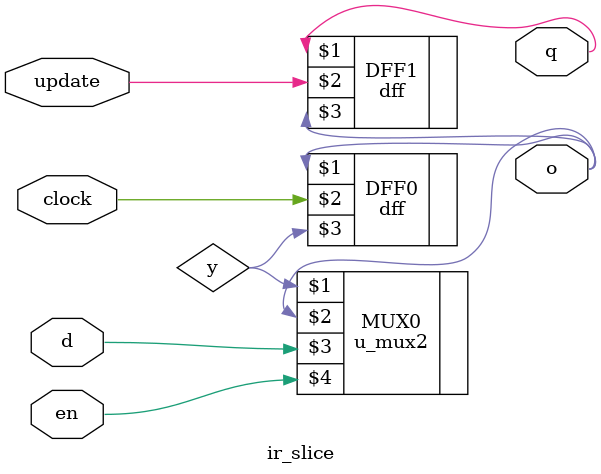
<source format=v>
`timescale 1ns / 1ps

module Tap(TDO, TCK, TDI, TMS, TRST_b,
            bsr_tdo, in_scan_tdo, bsr_capt, in_scan_capt, shftdr, updr, test_mode);
    output TDO;
    input TCK, TDI, TMS, TRST_b;
    input bsr_tdo, in_scan_tdo;
    output bsr_capt, in_scan_capt, shftdr, updr, test_mode;
    

    wire [1:0] inst; //might not need 8 bits
    wire bpass_out, bp_tmp;

    my_tap_cntrl tctrl(TCK, TRST_b, TMS, captdr, shftdr, updr, 
                        captir, shftir, upir, sel, test_mode); 

    ir_decode ird(inst, in_bscan, in_scan);

    u_mux2  by_mux(bp_tmp, bpass_out, TDI, captdr);
    dff     bypass(bpass_out, TCK, bp_tmp); 

    //inst = 0 or 3 -> bsr, inst = 1 -> internal scan, inst = 2 -> bypass reg
    mux4    dr_mux(dr_out, bsr_tdo, in_scan_tdo, bpass_out, bsr_tdo, inst);
    u_mux2  ir_mux(regs_out , dr_out, ir_o, sel);
    //dff     sc_out(scan_out, TCK, regs_out);
    bufif1  out_buf(TDO, regs_out, test_mode);  //not sure if it is enable high or low     

    ir_reg ir_ff(inst, ir_o, TCK, upir, TDI, captir);

    and CHAD_LIKES_LATEX(bsr_capt, captdr, in_bscan);
    and MOOSE(in_scan_capt, captdr, in_scan);

    //need IR decode

endmodule //Tap

//size: 6 (3 two input gates)
module ir_decode(inst, in_bscan, in_scan);
    input [1:0] inst;
    //input shftdr;
    //output b1i, b2i, b1o, b2o, bsr_en, in_sel;
    output in_bscan, in_scan;
    //in_sel - selects between data and scan of scan_df
    //in_sel - selects between data and scan of scan_dfff

    

    //sc_en - selects b/n normal DFF and test DFF in scan_dff
    //probably want testmode_en OR'd with SCAN inst

    //bsr_capture - loads capture flop of BSR

    //bsr_shift - selects TDI (scan) on input mux in BSR

    //bsr_update - loads update flop

    //bsr_sel - selects output from data or update flop, probably use testmode_en
    
    //used to control bilbo structure
    //instruction itself encodes the mux select for DR
    //wire inst1_b;    

    //enables BSR to load from scan chain
    //nor NOR0(bsr_en, inst[1], inst[0]);
    
    //in_sel enables internal scan to load serially
    not NOT0(inst1_b, inst[1]);
    and AND1(in_scan, inst1_b, inst[0]);
    assign in_bscan = inst1_b;    

    //b1 and b2 were for BILBO
    //xor XOR0(b1i, inst[1], inst[0]);
    //or  OR0(b1o, inst[1], inst[0]);
    //and AND0(b2i, inst[0], inst[1]);
    //assign b1i = b2i;

endmodule // ir_decode

module my_tap_cntrl(TCK, TRST, TMS, capturedr, shiftdr, updatedr, captureir,
            shiftir, updateir, select, test_mode);

    input TCK, TRST, TMS;
    output capturedr, shiftdr, updatedr, captureir, shiftir, updateir, select, test_mode;
    
    wire s0n, s1n, s2n, s3n, TMSn;
    wire s0prime, s1prime, s2prime, s3prime;
    wire s0, s1, s2, s3;
    
    not NOT0(s0n, s0);
    not NOT1(s1n, s1);
    not NOT2(s2n, s2);
    not NOT3(s3n, s3);
    not NOT4(TMSn, TMS);
    
    //state variable s0
    wire a0,a1,a2,a3,w0,s0a,a4,a5,w1,s0b;
    dff_r DFF0(s0, TCK, TRST, s0prime);
    and AND0(a0, s0, s1n, s2);
    and AND1(a1, s0, s2, s3n);
    and AND2(a2, s0, s2n, s3);
    and AND3(a3, s0n, s1, s2n, s3n);
    or  OR0(w0, a0, a1, a2, a3);
    and AND4(s0a, w0, TMS);
    and AND5(a4, s1, s2, s3);
    and AND6(a5, s1n, s2n, s3n);
    or OR1(w1, a4, a5, s0);
    and AND7(s0b, w1, TMSn);
    or OR2(s0prime, s0a, s0b);

    //state variable s1
    wire b0, b1, b2, b3, x0, s1a, b4, b5, b6, x1, s1b;
    dff_r DFF1(s1, TCK, TRST, s1prime);
    and AND8(b0, s0, s1n, s2n);
    and AND9(b1, s0n, s1, s2n, s3n);
    and AND10(b2, s1n, s3);
    and AND11(b3, s2, s3);
    or OR3(x0, b0, b1, b2, b3);
    and AND12(s1a, x0, TMS);
    and AND13(b4, s1n, s2);
    and AND14(b5, s2, s3n);
    and AND15(b6, s2n, s3);
    or OR4(x1, b4, b5, b6);
    and AND16(s1b, x1, TMSn);
    or OR5(s1prime, s1a, s1b);    

    //state variable s2
    wire c0, c1, y0, s2a, c2, c3, c4, y1, s2b;
    dff_r DFF2(s2, TCK, TRST, s2prime);
    and AND17(c0, s1n, s3);
    and AND18(c1, s2n, s3);
    or OR6(y0, c0, c1);
    and AND19(s2a, y0, TMS);
    and AND20(c2, s1, s3n);
    and AND21(c3, s1n, s2);
    and AND22(c4, s2, s3n);
    or OR7(y1, c2, c3, c4);
    and AND23(s2b, y1, TMSn);
    or OR8(s2prime, s2a, s2b);

    //state variable s3
    wire d0, d1, d2, z0, s3a, s3b, cdr0, cdr1, cir0, cir1;
    dff_r DFF3(s3, TCK, TRST, s3prime);
    and AND24(d0, s1n, s2);
    and AND25(d1, s2, s3n);
    and AND26(d2, s2n, s3);
    or OR9(z0, d0, d1, d2);
    and AND27(s3a, z0, TMS);
    and AND28(s3b, s2n, s3, TMSn);
    or OR10(s3prime, s3a, s3b);

    //output logic
    and AND37(cdr0, s3n, s2, s1n, s0n);
    and AND38(cdr1, s3n, s2, s1, s0n);
    or OR11(capturedr, cdr0, cdr1);
        
    and AND39(cir0, s3n, s2, s1n, s0);
    and AND40(cir1, s3n, s2, s1, s0); 
    or OR12(captureir, cir0, cir1);
    and AND31(shiftdr, s3n, s2, s1, s0n);
    and AND32(shiftir, s3n, s2, s1, s0);
    and AND34(updatedr, s3, s2, s1, s0n);
    and AND35(updateir, s3, s2, s1, s0);
    nand NAND0(test_mode, s3n, s2n, s1n, s0n);
    and AND36(select, s3n, s2, s1, s0);

endmodule //my_tap_control

module tapcontroller(TCK, TRST, TMS, clockdr, shiftdr, updatedr, clockir,
		     shiftir, updateir, select, bs_en);

   input TCK, TRST, TMS;
   output clockdr, shiftdr, updatedr, clockir,
	  shiftir, updateir, select, bs_en;

   wire   ps3, ps2, ps1, ps0;
   wire   nps3, nps2, nps1, nps0;
   wire   ns3, ns2, ns1, ns0;
   wire   nTMS;
   wire   nTCK;
   
   wire   w30, w31, w32, w33, w34, w35;
   wire   w20, w21, w22, w23;
   wire   w10, w11, w12;
   wire   w00, w01, w02, w03, w04, w05, w06, w07, w08;
   wire   w0, w1, w2, w3;
   wire   sir, clockdreg, bsen;
   
   not NOT_TCK(nTCK, TCK);
   not NOT_TMS(nTMS, TMS);
   not NOT_ps3(nps3, ps3);
   not NOT_ps2(nps2, ps2);
   not NOT_ps1(nps1, ps1);
   not NOT_ps0(nps0, ps0);   
   
   //next state3
   // NS3 = PS3(PS1 + PS0) + TMS(PS3 PS2' + PS2' PS1' PS0)
   dff_r DFF3(ps3, TCK, TRST, ns3);
   or OR2_30(w30, ps1, ps0);
   and AND2_30(w31, ps3, w30);
   and AND2_31(w32, ps3, nps2);
   and AND3_30(w33, nps2, nps1, ps0);
   or OR2_31(w34, w32, w33);
   and AND2_32(w35, TMS, w34);
   or OR2_32(ns3, w31, w35);
   
   //next state2
   // NS2 = PS2 PS1 + TMS(PS1 + PS2 PS0)
   dff_r DFF2(ps2, TCK, TRST, ns2);
   and AND2_20(w20, ps2, ps1);
   and AND2_21(w21, ps2, ps0);
   or OR2_20(w22, w21, ps1);
   and AND2_22(w23, w22, TMS);
   or OR2_21(ns2, w20, w23);

   //next state1
   // NS1 = PS2' PS1 + TMS'(PS0 + PS1)
   dff_r DFF1(ps1, TCK, TRST, ns1);
   and AND2_10(w10, nps2, ps1);
   or OR2_10(w11, ps1, ps0);
   and AND2_12(w12, nTMS, w11);
   or OR3_10(ns1, w10, w12);

   //next state0
   // NS0 = PS2 PS1 PS0 + TMS'(PS2 PS1 + PS2' PS1' PS0) + TMS(PS3' PS2' PS1' + PS2 PS1' PS0')
   dff_r DFF0(ps0, TCK, TRST, ns0);
   and AND3_00(w00, ps2, ps1, ps0);
   and AND3_01(w01, ps2, ps1);
   and AND3_02(w02, nps2, nps1, ps0);
   or OR2_00(w03, w01, w02);
   and AND2_00(w04, w03, nTMS);
   and AND3_03(w05, nps3, nps2, nps1);
   and AND3_04(w06, ps2, nps1, nps0);
   or OR3_00(w07, w05, w06);
   and AND2_01(w08, TMS, w07);
   or OR3_01(ns0, w00, w04, w08);

   //output signal definitions
   // clockdr = 001X
   and AND4_0(clockdreg, nps3, nps2, ps1, nTCK);
   buf BUF_0(clockdr, clockdreg);
  
   // shiftdr = 0010
   and AND4_1(shiftdr, nps3, nps2, ps1, nps0);

   // updatedr = 0100
   and AND5_0(updatedr, nps3, ps2, nps1, nps0, nTCK);
   // clockir = 101X
   and AND4_2(clockir, ps3, nps2, ps1, nTCK);

   // shiftir = 1010
   and AND4_3(sir, ps3, nps2, ps1, nps0);
   dff DFF_5(shiftir, nTCK, sir);
   
   // updateir = 1100
   and AND5_1(updateir, ps3, ps2, nps1, nps0, nTCK);

   // select == 1XXX
   assign select = ps3;

   // bs_en = not 1000
   and AND4_4(w3, ps3, nps2, nps1, nps0);
   not NOT_2(bsen, w3);
   dff DFF_6(bs_en, nTCK, bsen);

endmodule // tapcontroller


//size: 2 DFFs * size of IR
module ir_reg(inst, TDO, clock, update, TDI, en);
    output [1:0] inst; //make whatever size is needed
    output TDO;
    input clock, update, TDI, en;

    wire d;
    //see slide 22-38
    //shift is the clock

    //keep daisy-chaining ir_slices to get desired length
    ir_slice ir0(inst[0], d, clock, update, TDI, en);
    ir_slice ir1(inst[1], TDO, clock, update, d, en);
    //ir_slice ir2(TDO, d[2], shift, update, d[1]);
    //ir_slice ir3(inst[3], d[3], shift, update, d[2]);

endmodule //ir_reg

//contains 2 DFFs
module ir_slice(q, o, clock, update, d, en);
    output q, o;
    input clock, update, d, en;
    
    wire o, y;
    u_mux2 MUX0(y, o, d, en);

    dff DFF0(o, clock, y);
    dff DFF1(q, update, o);

endmodule //ir_slice


		

   
   

</source>
